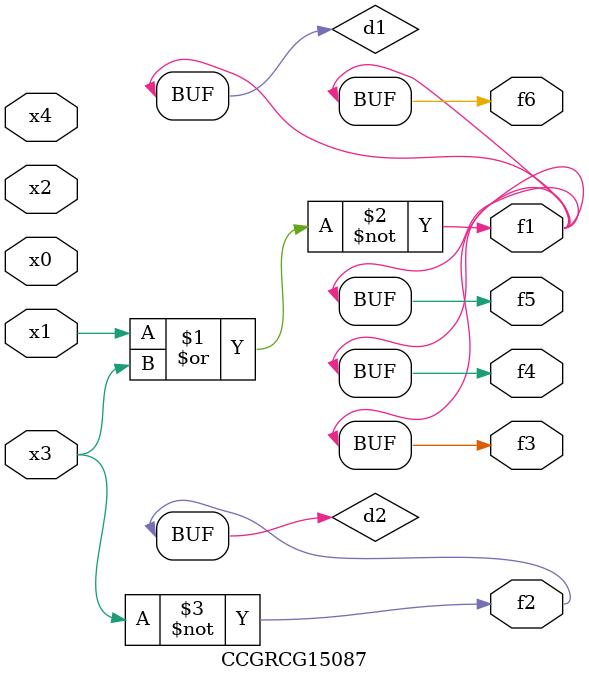
<source format=v>
module CCGRCG15087(
	input x0, x1, x2, x3, x4,
	output f1, f2, f3, f4, f5, f6
);

	wire d1, d2;

	nor (d1, x1, x3);
	not (d2, x3);
	assign f1 = d1;
	assign f2 = d2;
	assign f3 = d1;
	assign f4 = d1;
	assign f5 = d1;
	assign f6 = d1;
endmodule

</source>
